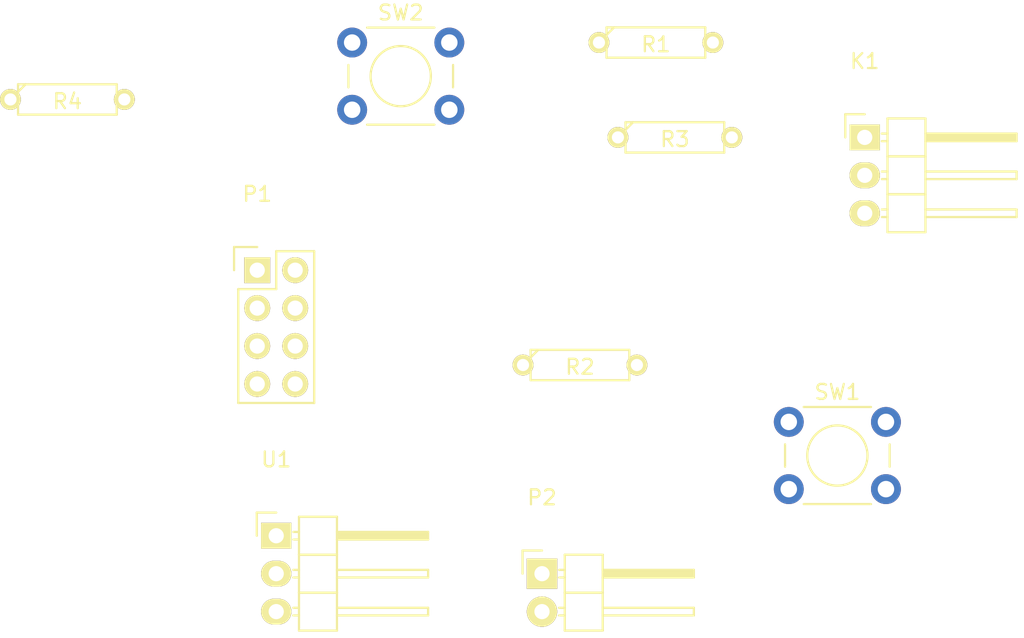
<source format=kicad_pcb>
(kicad_pcb (version 4) (host pcbnew 4.0.4-stable)

  (general
    (links 25)
    (no_connects 25)
    (area 0 0 0 0)
    (thickness 1.6)
    (drawings 0)
    (tracks 0)
    (zones 0)
    (modules 10)
    (nets 8)
  )

  (page A4)
  (layers
    (0 F.Cu signal)
    (31 B.Cu signal)
    (32 B.Adhes user)
    (33 F.Adhes user)
    (34 B.Paste user)
    (35 F.Paste user)
    (36 B.SilkS user)
    (37 F.SilkS user)
    (38 B.Mask user)
    (39 F.Mask user)
    (40 Dwgs.User user)
    (41 Cmts.User user)
    (42 Eco1.User user)
    (43 Eco2.User user)
    (44 Edge.Cuts user)
    (45 Margin user)
    (46 B.CrtYd user)
    (47 F.CrtYd user)
    (48 B.Fab user)
    (49 F.Fab user)
  )

  (setup
    (last_trace_width 0.25)
    (trace_clearance 0.2)
    (zone_clearance 0.508)
    (zone_45_only no)
    (trace_min 0.2)
    (segment_width 0.2)
    (edge_width 0.15)
    (via_size 0.6)
    (via_drill 0.4)
    (via_min_size 0.4)
    (via_min_drill 0.3)
    (uvia_size 0.3)
    (uvia_drill 0.1)
    (uvias_allowed no)
    (uvia_min_size 0.2)
    (uvia_min_drill 0.1)
    (pcb_text_width 0.3)
    (pcb_text_size 1.5 1.5)
    (mod_edge_width 0.15)
    (mod_text_size 1 1)
    (mod_text_width 0.15)
    (pad_size 1.524 1.524)
    (pad_drill 0.762)
    (pad_to_mask_clearance 0.2)
    (aux_axis_origin 0 0)
    (visible_elements FFFFFF7F)
    (pcbplotparams
      (layerselection 0x00030_80000001)
      (usegerberextensions false)
      (excludeedgelayer true)
      (linewidth 0.100000)
      (plotframeref false)
      (viasonmask false)
      (mode 1)
      (useauxorigin false)
      (hpglpennumber 1)
      (hpglpenspeed 20)
      (hpglpendiameter 15)
      (hpglpenoverlay 2)
      (psnegative false)
      (psa4output false)
      (plotreference true)
      (plotvalue true)
      (plotinvisibletext false)
      (padsonsilk false)
      (subtractmaskfromsilk false)
      (outputformat 1)
      (mirror false)
      (drillshape 1)
      (scaleselection 1)
      (outputdirectory ""))
  )

  (net 0 "")
  (net 1 GND)
  (net 2 /TX)
  (net 3 /RX)
  (net 4 /GPIO2)
  (net 5 VDD)
  (net 6 /GPIO0)
  (net 7 /RESET)

  (net_class Default "This is the default net class."
    (clearance 0.2)
    (trace_width 0.25)
    (via_dia 0.6)
    (via_drill 0.4)
    (uvia_dia 0.3)
    (uvia_drill 0.1)
    (add_net /GPIO0)
    (add_net /GPIO2)
    (add_net /RESET)
    (add_net /RX)
    (add_net /TX)
    (add_net GND)
    (add_net VDD)
  )

  (module Pin_Headers:Pin_Header_Angled_1x03 (layer F.Cu) (tedit 0) (tstamp 58054640)
    (at 170.18 96.52)
    (descr "Through hole pin header")
    (tags "pin header")
    (path /58054639)
    (fp_text reference K1 (at 0 -5.1) (layer F.SilkS)
      (effects (font (size 1 1) (thickness 0.15)))
    )
    (fp_text value CONN_3 (at 0 -3.1) (layer F.Fab)
      (effects (font (size 1 1) (thickness 0.15)))
    )
    (fp_line (start -1.5 -1.75) (end -1.5 6.85) (layer F.CrtYd) (width 0.05))
    (fp_line (start 10.65 -1.75) (end 10.65 6.85) (layer F.CrtYd) (width 0.05))
    (fp_line (start -1.5 -1.75) (end 10.65 -1.75) (layer F.CrtYd) (width 0.05))
    (fp_line (start -1.5 6.85) (end 10.65 6.85) (layer F.CrtYd) (width 0.05))
    (fp_line (start -1.3 -1.55) (end -1.3 0) (layer F.SilkS) (width 0.15))
    (fp_line (start 0 -1.55) (end -1.3 -1.55) (layer F.SilkS) (width 0.15))
    (fp_line (start 4.191 -0.127) (end 10.033 -0.127) (layer F.SilkS) (width 0.15))
    (fp_line (start 10.033 -0.127) (end 10.033 0.127) (layer F.SilkS) (width 0.15))
    (fp_line (start 10.033 0.127) (end 4.191 0.127) (layer F.SilkS) (width 0.15))
    (fp_line (start 4.191 0.127) (end 4.191 0) (layer F.SilkS) (width 0.15))
    (fp_line (start 4.191 0) (end 10.033 0) (layer F.SilkS) (width 0.15))
    (fp_line (start 1.524 -0.254) (end 1.143 -0.254) (layer F.SilkS) (width 0.15))
    (fp_line (start 1.524 0.254) (end 1.143 0.254) (layer F.SilkS) (width 0.15))
    (fp_line (start 1.524 2.286) (end 1.143 2.286) (layer F.SilkS) (width 0.15))
    (fp_line (start 1.524 2.794) (end 1.143 2.794) (layer F.SilkS) (width 0.15))
    (fp_line (start 1.524 4.826) (end 1.143 4.826) (layer F.SilkS) (width 0.15))
    (fp_line (start 1.524 5.334) (end 1.143 5.334) (layer F.SilkS) (width 0.15))
    (fp_line (start 4.064 1.27) (end 4.064 -1.27) (layer F.SilkS) (width 0.15))
    (fp_line (start 10.16 0.254) (end 4.064 0.254) (layer F.SilkS) (width 0.15))
    (fp_line (start 10.16 -0.254) (end 10.16 0.254) (layer F.SilkS) (width 0.15))
    (fp_line (start 4.064 -0.254) (end 10.16 -0.254) (layer F.SilkS) (width 0.15))
    (fp_line (start 1.524 1.27) (end 4.064 1.27) (layer F.SilkS) (width 0.15))
    (fp_line (start 1.524 -1.27) (end 1.524 1.27) (layer F.SilkS) (width 0.15))
    (fp_line (start 1.524 -1.27) (end 4.064 -1.27) (layer F.SilkS) (width 0.15))
    (fp_line (start 1.524 3.81) (end 4.064 3.81) (layer F.SilkS) (width 0.15))
    (fp_line (start 1.524 3.81) (end 1.524 6.35) (layer F.SilkS) (width 0.15))
    (fp_line (start 4.064 4.826) (end 10.16 4.826) (layer F.SilkS) (width 0.15))
    (fp_line (start 10.16 4.826) (end 10.16 5.334) (layer F.SilkS) (width 0.15))
    (fp_line (start 10.16 5.334) (end 4.064 5.334) (layer F.SilkS) (width 0.15))
    (fp_line (start 4.064 6.35) (end 4.064 3.81) (layer F.SilkS) (width 0.15))
    (fp_line (start 4.064 3.81) (end 4.064 1.27) (layer F.SilkS) (width 0.15))
    (fp_line (start 10.16 2.794) (end 4.064 2.794) (layer F.SilkS) (width 0.15))
    (fp_line (start 10.16 2.286) (end 10.16 2.794) (layer F.SilkS) (width 0.15))
    (fp_line (start 4.064 2.286) (end 10.16 2.286) (layer F.SilkS) (width 0.15))
    (fp_line (start 1.524 3.81) (end 4.064 3.81) (layer F.SilkS) (width 0.15))
    (fp_line (start 1.524 1.27) (end 1.524 3.81) (layer F.SilkS) (width 0.15))
    (fp_line (start 1.524 1.27) (end 4.064 1.27) (layer F.SilkS) (width 0.15))
    (fp_line (start 1.524 6.35) (end 4.064 6.35) (layer F.SilkS) (width 0.15))
    (pad 1 thru_hole rect (at 0 0) (size 2.032 1.7272) (drill 1.016) (layers *.Cu *.Mask F.SilkS)
      (net 1 GND))
    (pad 2 thru_hole oval (at 0 2.54) (size 2.032 1.7272) (drill 1.016) (layers *.Cu *.Mask F.SilkS)
      (net 2 /TX))
    (pad 3 thru_hole oval (at 0 5.08) (size 2.032 1.7272) (drill 1.016) (layers *.Cu *.Mask F.SilkS)
      (net 3 /RX))
    (model Pin_Headers.3dshapes/Pin_Header_Angled_1x03.wrl
      (at (xyz 0 -0.1 0))
      (scale (xyz 1 1 1))
      (rotate (xyz 0 0 90))
    )
  )

  (module Pin_Headers:Pin_Header_Straight_2x04 (layer F.Cu) (tedit 0) (tstamp 5805464C)
    (at 129.54 105.41)
    (descr "Through hole pin header")
    (tags "pin header")
    (path /58053B49)
    (fp_text reference P1 (at 0 -5.1) (layer F.SilkS)
      (effects (font (size 1 1) (thickness 0.15)))
    )
    (fp_text value CONN_4X2 (at 0 -3.1) (layer F.Fab)
      (effects (font (size 1 1) (thickness 0.15)))
    )
    (fp_line (start -1.75 -1.75) (end -1.75 9.4) (layer F.CrtYd) (width 0.05))
    (fp_line (start 4.3 -1.75) (end 4.3 9.4) (layer F.CrtYd) (width 0.05))
    (fp_line (start -1.75 -1.75) (end 4.3 -1.75) (layer F.CrtYd) (width 0.05))
    (fp_line (start -1.75 9.4) (end 4.3 9.4) (layer F.CrtYd) (width 0.05))
    (fp_line (start -1.27 1.27) (end -1.27 8.89) (layer F.SilkS) (width 0.15))
    (fp_line (start -1.27 8.89) (end 3.81 8.89) (layer F.SilkS) (width 0.15))
    (fp_line (start 3.81 8.89) (end 3.81 -1.27) (layer F.SilkS) (width 0.15))
    (fp_line (start 3.81 -1.27) (end 1.27 -1.27) (layer F.SilkS) (width 0.15))
    (fp_line (start 0 -1.55) (end -1.55 -1.55) (layer F.SilkS) (width 0.15))
    (fp_line (start 1.27 -1.27) (end 1.27 1.27) (layer F.SilkS) (width 0.15))
    (fp_line (start 1.27 1.27) (end -1.27 1.27) (layer F.SilkS) (width 0.15))
    (fp_line (start -1.55 -1.55) (end -1.55 0) (layer F.SilkS) (width 0.15))
    (pad 1 thru_hole rect (at 0 0) (size 1.7272 1.7272) (drill 1.016) (layers *.Cu *.Mask F.SilkS)
      (net 1 GND))
    (pad 2 thru_hole oval (at 2.54 0) (size 1.7272 1.7272) (drill 1.016) (layers *.Cu *.Mask F.SilkS)
      (net 2 /TX))
    (pad 3 thru_hole oval (at 0 2.54) (size 1.7272 1.7272) (drill 1.016) (layers *.Cu *.Mask F.SilkS)
      (net 4 /GPIO2))
    (pad 4 thru_hole oval (at 2.54 2.54) (size 1.7272 1.7272) (drill 1.016) (layers *.Cu *.Mask F.SilkS)
      (net 5 VDD))
    (pad 5 thru_hole oval (at 0 5.08) (size 1.7272 1.7272) (drill 1.016) (layers *.Cu *.Mask F.SilkS)
      (net 6 /GPIO0))
    (pad 6 thru_hole oval (at 2.54 5.08) (size 1.7272 1.7272) (drill 1.016) (layers *.Cu *.Mask F.SilkS)
      (net 7 /RESET))
    (pad 7 thru_hole oval (at 0 7.62) (size 1.7272 1.7272) (drill 1.016) (layers *.Cu *.Mask F.SilkS)
      (net 3 /RX))
    (pad 8 thru_hole oval (at 2.54 7.62) (size 1.7272 1.7272) (drill 1.016) (layers *.Cu *.Mask F.SilkS)
      (net 5 VDD))
    (model Pin_Headers.3dshapes/Pin_Header_Straight_2x04.wrl
      (at (xyz 0.05 -0.15 0))
      (scale (xyz 1 1 1))
      (rotate (xyz 0 0 90))
    )
  )

  (module Pin_Headers:Pin_Header_Angled_1x02 (layer F.Cu) (tedit 0) (tstamp 58054652)
    (at 148.59 125.73)
    (descr "Through hole pin header")
    (tags "pin header")
    (path /58054E3B)
    (fp_text reference P2 (at 0 -5.1) (layer F.SilkS)
      (effects (font (size 1 1) (thickness 0.15)))
    )
    (fp_text value CONN_2 (at 0 -3.1) (layer F.Fab)
      (effects (font (size 1 1) (thickness 0.15)))
    )
    (fp_line (start -1.5 -1.75) (end -1.5 4.3) (layer F.CrtYd) (width 0.05))
    (fp_line (start 10.65 -1.75) (end 10.65 4.3) (layer F.CrtYd) (width 0.05))
    (fp_line (start -1.5 -1.75) (end 10.65 -1.75) (layer F.CrtYd) (width 0.05))
    (fp_line (start -1.5 4.3) (end 10.65 4.3) (layer F.CrtYd) (width 0.05))
    (fp_line (start -1.3 -1.55) (end -1.3 0) (layer F.SilkS) (width 0.15))
    (fp_line (start 0 -1.55) (end -1.3 -1.55) (layer F.SilkS) (width 0.15))
    (fp_line (start 4.191 -0.127) (end 10.033 -0.127) (layer F.SilkS) (width 0.15))
    (fp_line (start 10.033 -0.127) (end 10.033 0.127) (layer F.SilkS) (width 0.15))
    (fp_line (start 10.033 0.127) (end 4.191 0.127) (layer F.SilkS) (width 0.15))
    (fp_line (start 4.191 0.127) (end 4.191 0) (layer F.SilkS) (width 0.15))
    (fp_line (start 4.191 0) (end 10.033 0) (layer F.SilkS) (width 0.15))
    (fp_line (start 1.524 -0.254) (end 1.143 -0.254) (layer F.SilkS) (width 0.15))
    (fp_line (start 1.524 0.254) (end 1.143 0.254) (layer F.SilkS) (width 0.15))
    (fp_line (start 1.524 2.286) (end 1.143 2.286) (layer F.SilkS) (width 0.15))
    (fp_line (start 1.524 2.794) (end 1.143 2.794) (layer F.SilkS) (width 0.15))
    (fp_line (start 1.524 -1.27) (end 4.064 -1.27) (layer F.SilkS) (width 0.15))
    (fp_line (start 1.524 1.27) (end 4.064 1.27) (layer F.SilkS) (width 0.15))
    (fp_line (start 1.524 1.27) (end 1.524 3.81) (layer F.SilkS) (width 0.15))
    (fp_line (start 1.524 3.81) (end 4.064 3.81) (layer F.SilkS) (width 0.15))
    (fp_line (start 4.064 2.286) (end 10.16 2.286) (layer F.SilkS) (width 0.15))
    (fp_line (start 10.16 2.286) (end 10.16 2.794) (layer F.SilkS) (width 0.15))
    (fp_line (start 10.16 2.794) (end 4.064 2.794) (layer F.SilkS) (width 0.15))
    (fp_line (start 4.064 3.81) (end 4.064 1.27) (layer F.SilkS) (width 0.15))
    (fp_line (start 4.064 1.27) (end 4.064 -1.27) (layer F.SilkS) (width 0.15))
    (fp_line (start 10.16 0.254) (end 4.064 0.254) (layer F.SilkS) (width 0.15))
    (fp_line (start 10.16 -0.254) (end 10.16 0.254) (layer F.SilkS) (width 0.15))
    (fp_line (start 4.064 -0.254) (end 10.16 -0.254) (layer F.SilkS) (width 0.15))
    (fp_line (start 1.524 1.27) (end 4.064 1.27) (layer F.SilkS) (width 0.15))
    (fp_line (start 1.524 -1.27) (end 1.524 1.27) (layer F.SilkS) (width 0.15))
    (pad 1 thru_hole rect (at 0 0) (size 2.032 2.032) (drill 1.016) (layers *.Cu *.Mask F.SilkS)
      (net 1 GND))
    (pad 2 thru_hole oval (at 0 2.54) (size 2.032 2.032) (drill 1.016) (layers *.Cu *.Mask F.SilkS)
      (net 5 VDD))
    (model Pin_Headers.3dshapes/Pin_Header_Angled_1x02.wrl
      (at (xyz 0 -0.05 0))
      (scale (xyz 1 1 1))
      (rotate (xyz 0 0 90))
    )
  )

  (module Discret:R3 (layer F.Cu) (tedit 0) (tstamp 58054658)
    (at 156.21 90.17)
    (descr "Resitance 3 pas")
    (tags R)
    (path /580544F8)
    (fp_text reference R1 (at 0 0.127) (layer F.SilkS)
      (effects (font (size 1 1) (thickness 0.15)))
    )
    (fp_text value 10K (at 0 0.127) (layer F.Fab)
      (effects (font (size 1 1) (thickness 0.15)))
    )
    (fp_line (start -3.81 0) (end -3.302 0) (layer F.SilkS) (width 0.15))
    (fp_line (start 3.81 0) (end 3.302 0) (layer F.SilkS) (width 0.15))
    (fp_line (start 3.302 0) (end 3.302 -1.016) (layer F.SilkS) (width 0.15))
    (fp_line (start 3.302 -1.016) (end -3.302 -1.016) (layer F.SilkS) (width 0.15))
    (fp_line (start -3.302 -1.016) (end -3.302 1.016) (layer F.SilkS) (width 0.15))
    (fp_line (start -3.302 1.016) (end 3.302 1.016) (layer F.SilkS) (width 0.15))
    (fp_line (start 3.302 1.016) (end 3.302 0) (layer F.SilkS) (width 0.15))
    (fp_line (start -3.302 -0.508) (end -2.794 -1.016) (layer F.SilkS) (width 0.15))
    (pad 1 thru_hole circle (at -3.81 0) (size 1.397 1.397) (drill 0.8128) (layers *.Cu *.Mask F.SilkS)
      (net 5 VDD))
    (pad 2 thru_hole circle (at 3.81 0) (size 1.397 1.397) (drill 0.8128) (layers *.Cu *.Mask F.SilkS)
      (net 4 /GPIO2))
    (model Discret.3dshapes/R3.wrl
      (at (xyz 0 0 0))
      (scale (xyz 0.3 0.3 0.3))
      (rotate (xyz 0 0 0))
    )
  )

  (module Discret:R3 (layer F.Cu) (tedit 0) (tstamp 5805465E)
    (at 151.13 111.76)
    (descr "Resitance 3 pas")
    (tags R)
    (path /58053E38)
    (fp_text reference R2 (at 0 0.127) (layer F.SilkS)
      (effects (font (size 1 1) (thickness 0.15)))
    )
    (fp_text value 10K (at 0 0.127) (layer F.Fab)
      (effects (font (size 1 1) (thickness 0.15)))
    )
    (fp_line (start -3.81 0) (end -3.302 0) (layer F.SilkS) (width 0.15))
    (fp_line (start 3.81 0) (end 3.302 0) (layer F.SilkS) (width 0.15))
    (fp_line (start 3.302 0) (end 3.302 -1.016) (layer F.SilkS) (width 0.15))
    (fp_line (start 3.302 -1.016) (end -3.302 -1.016) (layer F.SilkS) (width 0.15))
    (fp_line (start -3.302 -1.016) (end -3.302 1.016) (layer F.SilkS) (width 0.15))
    (fp_line (start -3.302 1.016) (end 3.302 1.016) (layer F.SilkS) (width 0.15))
    (fp_line (start 3.302 1.016) (end 3.302 0) (layer F.SilkS) (width 0.15))
    (fp_line (start -3.302 -0.508) (end -2.794 -1.016) (layer F.SilkS) (width 0.15))
    (pad 1 thru_hole circle (at -3.81 0) (size 1.397 1.397) (drill 0.8128) (layers *.Cu *.Mask F.SilkS)
      (net 5 VDD))
    (pad 2 thru_hole circle (at 3.81 0) (size 1.397 1.397) (drill 0.8128) (layers *.Cu *.Mask F.SilkS)
      (net 6 /GPIO0))
    (model Discret.3dshapes/R3.wrl
      (at (xyz 0 0 0))
      (scale (xyz 0.3 0.3 0.3))
      (rotate (xyz 0 0 0))
    )
  )

  (module Discret:R3 (layer F.Cu) (tedit 0) (tstamp 58054664)
    (at 157.48 96.52)
    (descr "Resitance 3 pas")
    (tags R)
    (path /58053E5E)
    (fp_text reference R3 (at 0 0.127) (layer F.SilkS)
      (effects (font (size 1 1) (thickness 0.15)))
    )
    (fp_text value 10K (at 0 0.127) (layer F.Fab)
      (effects (font (size 1 1) (thickness 0.15)))
    )
    (fp_line (start -3.81 0) (end -3.302 0) (layer F.SilkS) (width 0.15))
    (fp_line (start 3.81 0) (end 3.302 0) (layer F.SilkS) (width 0.15))
    (fp_line (start 3.302 0) (end 3.302 -1.016) (layer F.SilkS) (width 0.15))
    (fp_line (start 3.302 -1.016) (end -3.302 -1.016) (layer F.SilkS) (width 0.15))
    (fp_line (start -3.302 -1.016) (end -3.302 1.016) (layer F.SilkS) (width 0.15))
    (fp_line (start -3.302 1.016) (end 3.302 1.016) (layer F.SilkS) (width 0.15))
    (fp_line (start 3.302 1.016) (end 3.302 0) (layer F.SilkS) (width 0.15))
    (fp_line (start -3.302 -0.508) (end -2.794 -1.016) (layer F.SilkS) (width 0.15))
    (pad 1 thru_hole circle (at -3.81 0) (size 1.397 1.397) (drill 0.8128) (layers *.Cu *.Mask F.SilkS)
      (net 5 VDD))
    (pad 2 thru_hole circle (at 3.81 0) (size 1.397 1.397) (drill 0.8128) (layers *.Cu *.Mask F.SilkS)
      (net 4 /GPIO2))
    (model Discret.3dshapes/R3.wrl
      (at (xyz 0 0 0))
      (scale (xyz 0.3 0.3 0.3))
      (rotate (xyz 0 0 0))
    )
  )

  (module Discret:R3 (layer F.Cu) (tedit 0) (tstamp 5805466A)
    (at 116.84 93.98)
    (descr "Resitance 3 pas")
    (tags R)
    (path /58054830)
    (fp_text reference R4 (at 0 0.127) (layer F.SilkS)
      (effects (font (size 1 1) (thickness 0.15)))
    )
    (fp_text value 10K (at 0 0.127) (layer F.Fab)
      (effects (font (size 1 1) (thickness 0.15)))
    )
    (fp_line (start -3.81 0) (end -3.302 0) (layer F.SilkS) (width 0.15))
    (fp_line (start 3.81 0) (end 3.302 0) (layer F.SilkS) (width 0.15))
    (fp_line (start 3.302 0) (end 3.302 -1.016) (layer F.SilkS) (width 0.15))
    (fp_line (start 3.302 -1.016) (end -3.302 -1.016) (layer F.SilkS) (width 0.15))
    (fp_line (start -3.302 -1.016) (end -3.302 1.016) (layer F.SilkS) (width 0.15))
    (fp_line (start -3.302 1.016) (end 3.302 1.016) (layer F.SilkS) (width 0.15))
    (fp_line (start 3.302 1.016) (end 3.302 0) (layer F.SilkS) (width 0.15))
    (fp_line (start -3.302 -0.508) (end -2.794 -1.016) (layer F.SilkS) (width 0.15))
    (pad 1 thru_hole circle (at -3.81 0) (size 1.397 1.397) (drill 0.8128) (layers *.Cu *.Mask F.SilkS)
      (net 5 VDD))
    (pad 2 thru_hole circle (at 3.81 0) (size 1.397 1.397) (drill 0.8128) (layers *.Cu *.Mask F.SilkS)
      (net 7 /RESET))
    (model Discret.3dshapes/R3.wrl
      (at (xyz 0 0 0))
      (scale (xyz 0.3 0.3 0.3))
      (rotate (xyz 0 0 0))
    )
  )

  (module Buttons_Switches_ThroughHole:SW_PUSH_6mm (layer F.Cu) (tedit 57BABF74) (tstamp 58054672)
    (at 165.1 115.57)
    (descr https://www.omron.com/ecb/products/pdf/en-b3f.pdf)
    (tags "tact sw push 6mm")
    (path /58053D4D)
    (fp_text reference SW1 (at 3.25 -2) (layer F.SilkS)
      (effects (font (size 1 1) (thickness 0.15)))
    )
    (fp_text value PROG (at 3.75 6.7) (layer F.Fab)
      (effects (font (size 1 1) (thickness 0.15)))
    )
    (fp_line (start 3.25 -0.75) (end 6.25 -0.75) (layer F.Fab) (width 0.15))
    (fp_line (start 6.25 -0.75) (end 6.25 5.25) (layer F.Fab) (width 0.15))
    (fp_line (start 6.25 5.25) (end 0.25 5.25) (layer F.Fab) (width 0.15))
    (fp_line (start 0.25 5.25) (end 0.25 -0.75) (layer F.Fab) (width 0.15))
    (fp_line (start 0.25 -0.75) (end 3.25 -0.75) (layer F.Fab) (width 0.15))
    (fp_line (start 7.75 6) (end 8 6) (layer F.CrtYd) (width 0.05))
    (fp_line (start 8 6) (end 8 5.75) (layer F.CrtYd) (width 0.05))
    (fp_line (start 7.75 -1.5) (end 8 -1.5) (layer F.CrtYd) (width 0.05))
    (fp_line (start 8 -1.5) (end 8 -1.25) (layer F.CrtYd) (width 0.05))
    (fp_line (start -1.5 -1.25) (end -1.5 -1.5) (layer F.CrtYd) (width 0.05))
    (fp_line (start -1.5 -1.5) (end -1.25 -1.5) (layer F.CrtYd) (width 0.05))
    (fp_line (start -1.5 5.75) (end -1.5 6) (layer F.CrtYd) (width 0.05))
    (fp_line (start -1.5 6) (end -1.25 6) (layer F.CrtYd) (width 0.05))
    (fp_circle (center 3.25 2.25) (end 1.25 2.5) (layer F.SilkS) (width 0.15))
    (fp_line (start -1.25 -1.5) (end 7.75 -1.5) (layer F.CrtYd) (width 0.05))
    (fp_line (start -1.5 5.75) (end -1.5 -1.25) (layer F.CrtYd) (width 0.05))
    (fp_line (start 7.75 6) (end -1.25 6) (layer F.CrtYd) (width 0.05))
    (fp_line (start 8 -1.25) (end 8 5.75) (layer F.CrtYd) (width 0.05))
    (fp_line (start 1 5.5) (end 5.5 5.5) (layer F.SilkS) (width 0.15))
    (fp_line (start -0.25 1.5) (end -0.25 3) (layer F.SilkS) (width 0.15))
    (fp_line (start 5.5 -1) (end 1 -1) (layer F.SilkS) (width 0.15))
    (fp_line (start 6.75 3) (end 6.75 1.5) (layer F.SilkS) (width 0.15))
    (pad 2 thru_hole circle (at 0 4.5 90) (size 2 2) (drill 1.1) (layers *.Cu *.Mask)
      (net 6 /GPIO0))
    (pad 1 thru_hole circle (at 0 0 90) (size 2 2) (drill 1.1) (layers *.Cu *.Mask)
      (net 1 GND))
    (pad 2 thru_hole circle (at 6.5 4.5 90) (size 2 2) (drill 1.1) (layers *.Cu *.Mask)
      (net 6 /GPIO0))
    (pad 1 thru_hole circle (at 6.5 0 90) (size 2 2) (drill 1.1) (layers *.Cu *.Mask)
      (net 1 GND))
  )

  (module Buttons_Switches_ThroughHole:SW_PUSH_6mm (layer F.Cu) (tedit 57BABF74) (tstamp 5805467A)
    (at 135.89 90.17)
    (descr https://www.omron.com/ecb/products/pdf/en-b3f.pdf)
    (tags "tact sw push 6mm")
    (path /5805477F)
    (fp_text reference SW2 (at 3.25 -2) (layer F.SilkS)
      (effects (font (size 1 1) (thickness 0.15)))
    )
    (fp_text value RESET (at 3.75 6.7) (layer F.Fab)
      (effects (font (size 1 1) (thickness 0.15)))
    )
    (fp_line (start 3.25 -0.75) (end 6.25 -0.75) (layer F.Fab) (width 0.15))
    (fp_line (start 6.25 -0.75) (end 6.25 5.25) (layer F.Fab) (width 0.15))
    (fp_line (start 6.25 5.25) (end 0.25 5.25) (layer F.Fab) (width 0.15))
    (fp_line (start 0.25 5.25) (end 0.25 -0.75) (layer F.Fab) (width 0.15))
    (fp_line (start 0.25 -0.75) (end 3.25 -0.75) (layer F.Fab) (width 0.15))
    (fp_line (start 7.75 6) (end 8 6) (layer F.CrtYd) (width 0.05))
    (fp_line (start 8 6) (end 8 5.75) (layer F.CrtYd) (width 0.05))
    (fp_line (start 7.75 -1.5) (end 8 -1.5) (layer F.CrtYd) (width 0.05))
    (fp_line (start 8 -1.5) (end 8 -1.25) (layer F.CrtYd) (width 0.05))
    (fp_line (start -1.5 -1.25) (end -1.5 -1.5) (layer F.CrtYd) (width 0.05))
    (fp_line (start -1.5 -1.5) (end -1.25 -1.5) (layer F.CrtYd) (width 0.05))
    (fp_line (start -1.5 5.75) (end -1.5 6) (layer F.CrtYd) (width 0.05))
    (fp_line (start -1.5 6) (end -1.25 6) (layer F.CrtYd) (width 0.05))
    (fp_circle (center 3.25 2.25) (end 1.25 2.5) (layer F.SilkS) (width 0.15))
    (fp_line (start -1.25 -1.5) (end 7.75 -1.5) (layer F.CrtYd) (width 0.05))
    (fp_line (start -1.5 5.75) (end -1.5 -1.25) (layer F.CrtYd) (width 0.05))
    (fp_line (start 7.75 6) (end -1.25 6) (layer F.CrtYd) (width 0.05))
    (fp_line (start 8 -1.25) (end 8 5.75) (layer F.CrtYd) (width 0.05))
    (fp_line (start 1 5.5) (end 5.5 5.5) (layer F.SilkS) (width 0.15))
    (fp_line (start -0.25 1.5) (end -0.25 3) (layer F.SilkS) (width 0.15))
    (fp_line (start 5.5 -1) (end 1 -1) (layer F.SilkS) (width 0.15))
    (fp_line (start 6.75 3) (end 6.75 1.5) (layer F.SilkS) (width 0.15))
    (pad 2 thru_hole circle (at 0 4.5 90) (size 2 2) (drill 1.1) (layers *.Cu *.Mask)
      (net 1 GND))
    (pad 1 thru_hole circle (at 0 0 90) (size 2 2) (drill 1.1) (layers *.Cu *.Mask)
      (net 7 /RESET))
    (pad 2 thru_hole circle (at 6.5 4.5 90) (size 2 2) (drill 1.1) (layers *.Cu *.Mask)
      (net 1 GND))
    (pad 1 thru_hole circle (at 6.5 0 90) (size 2 2) (drill 1.1) (layers *.Cu *.Mask)
      (net 7 /RESET))
  )

  (module Pin_Headers:Pin_Header_Angled_1x03 (layer F.Cu) (tedit 0) (tstamp 58054681)
    (at 130.81 123.19)
    (descr "Through hole pin header")
    (tags "pin header")
    (path /58054262)
    (fp_text reference U1 (at 0 -5.1) (layer F.SilkS)
      (effects (font (size 1 1) (thickness 0.15)))
    )
    (fp_text value DS18B20 (at 0 -3.1) (layer F.Fab)
      (effects (font (size 1 1) (thickness 0.15)))
    )
    (fp_line (start -1.5 -1.75) (end -1.5 6.85) (layer F.CrtYd) (width 0.05))
    (fp_line (start 10.65 -1.75) (end 10.65 6.85) (layer F.CrtYd) (width 0.05))
    (fp_line (start -1.5 -1.75) (end 10.65 -1.75) (layer F.CrtYd) (width 0.05))
    (fp_line (start -1.5 6.85) (end 10.65 6.85) (layer F.CrtYd) (width 0.05))
    (fp_line (start -1.3 -1.55) (end -1.3 0) (layer F.SilkS) (width 0.15))
    (fp_line (start 0 -1.55) (end -1.3 -1.55) (layer F.SilkS) (width 0.15))
    (fp_line (start 4.191 -0.127) (end 10.033 -0.127) (layer F.SilkS) (width 0.15))
    (fp_line (start 10.033 -0.127) (end 10.033 0.127) (layer F.SilkS) (width 0.15))
    (fp_line (start 10.033 0.127) (end 4.191 0.127) (layer F.SilkS) (width 0.15))
    (fp_line (start 4.191 0.127) (end 4.191 0) (layer F.SilkS) (width 0.15))
    (fp_line (start 4.191 0) (end 10.033 0) (layer F.SilkS) (width 0.15))
    (fp_line (start 1.524 -0.254) (end 1.143 -0.254) (layer F.SilkS) (width 0.15))
    (fp_line (start 1.524 0.254) (end 1.143 0.254) (layer F.SilkS) (width 0.15))
    (fp_line (start 1.524 2.286) (end 1.143 2.286) (layer F.SilkS) (width 0.15))
    (fp_line (start 1.524 2.794) (end 1.143 2.794) (layer F.SilkS) (width 0.15))
    (fp_line (start 1.524 4.826) (end 1.143 4.826) (layer F.SilkS) (width 0.15))
    (fp_line (start 1.524 5.334) (end 1.143 5.334) (layer F.SilkS) (width 0.15))
    (fp_line (start 4.064 1.27) (end 4.064 -1.27) (layer F.SilkS) (width 0.15))
    (fp_line (start 10.16 0.254) (end 4.064 0.254) (layer F.SilkS) (width 0.15))
    (fp_line (start 10.16 -0.254) (end 10.16 0.254) (layer F.SilkS) (width 0.15))
    (fp_line (start 4.064 -0.254) (end 10.16 -0.254) (layer F.SilkS) (width 0.15))
    (fp_line (start 1.524 1.27) (end 4.064 1.27) (layer F.SilkS) (width 0.15))
    (fp_line (start 1.524 -1.27) (end 1.524 1.27) (layer F.SilkS) (width 0.15))
    (fp_line (start 1.524 -1.27) (end 4.064 -1.27) (layer F.SilkS) (width 0.15))
    (fp_line (start 1.524 3.81) (end 4.064 3.81) (layer F.SilkS) (width 0.15))
    (fp_line (start 1.524 3.81) (end 1.524 6.35) (layer F.SilkS) (width 0.15))
    (fp_line (start 4.064 4.826) (end 10.16 4.826) (layer F.SilkS) (width 0.15))
    (fp_line (start 10.16 4.826) (end 10.16 5.334) (layer F.SilkS) (width 0.15))
    (fp_line (start 10.16 5.334) (end 4.064 5.334) (layer F.SilkS) (width 0.15))
    (fp_line (start 4.064 6.35) (end 4.064 3.81) (layer F.SilkS) (width 0.15))
    (fp_line (start 4.064 3.81) (end 4.064 1.27) (layer F.SilkS) (width 0.15))
    (fp_line (start 10.16 2.794) (end 4.064 2.794) (layer F.SilkS) (width 0.15))
    (fp_line (start 10.16 2.286) (end 10.16 2.794) (layer F.SilkS) (width 0.15))
    (fp_line (start 4.064 2.286) (end 10.16 2.286) (layer F.SilkS) (width 0.15))
    (fp_line (start 1.524 3.81) (end 4.064 3.81) (layer F.SilkS) (width 0.15))
    (fp_line (start 1.524 1.27) (end 1.524 3.81) (layer F.SilkS) (width 0.15))
    (fp_line (start 1.524 1.27) (end 4.064 1.27) (layer F.SilkS) (width 0.15))
    (fp_line (start 1.524 6.35) (end 4.064 6.35) (layer F.SilkS) (width 0.15))
    (pad 1 thru_hole rect (at 0 0) (size 2.032 1.7272) (drill 1.016) (layers *.Cu *.Mask F.SilkS)
      (net 1 GND))
    (pad 2 thru_hole oval (at 0 2.54) (size 2.032 1.7272) (drill 1.016) (layers *.Cu *.Mask F.SilkS)
      (net 4 /GPIO2))
    (pad 3 thru_hole oval (at 0 5.08) (size 2.032 1.7272) (drill 1.016) (layers *.Cu *.Mask F.SilkS)
      (net 5 VDD))
    (model Pin_Headers.3dshapes/Pin_Header_Angled_1x03.wrl
      (at (xyz 0 -0.1 0))
      (scale (xyz 1 1 1))
      (rotate (xyz 0 0 90))
    )
  )

)

</source>
